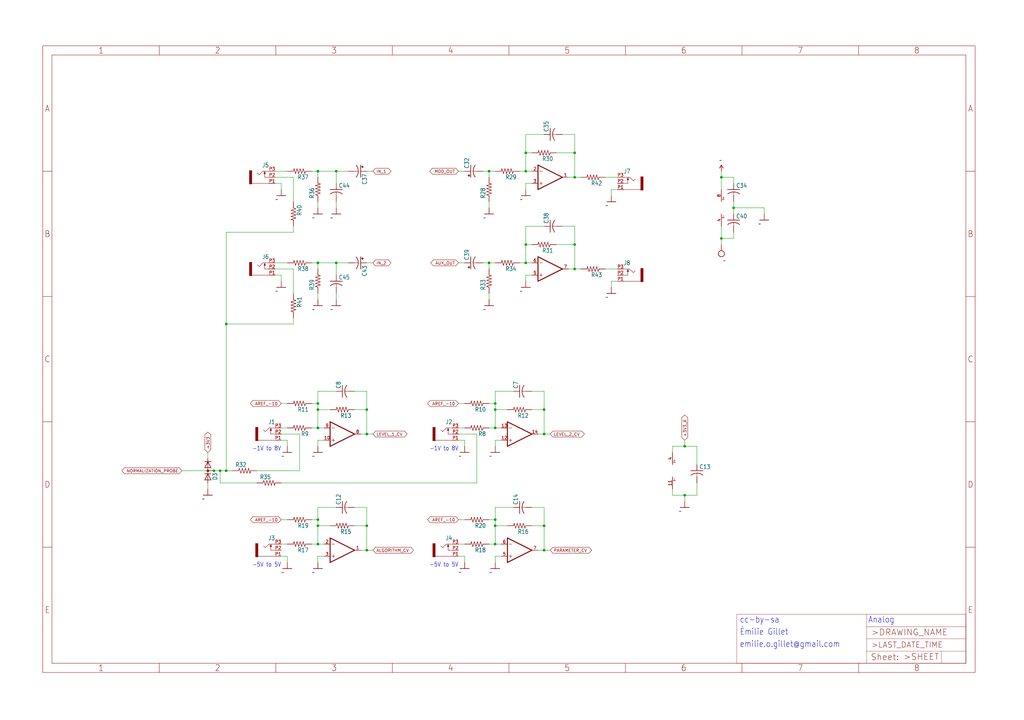
<source format=kicad_sch>
(kicad_sch (version 20211123) (generator eeschema)
  (paper "User" 425.45 299.161)
  (lib_symbols
    (symbol "warps-eagle-import:A3L-LOC"
      (symbol "A3L-LOC_1_0"
        (polyline (pts (xy 0 52.07) (xy 3.81 52.07)))
        (polyline (pts (xy 0 104.14) (xy 3.81 104.14)))
        (polyline (pts (xy 0 156.21) (xy 3.81 156.21)))
        (polyline (pts (xy 0 208.28) (xy 3.81 208.28)))
        (polyline (pts (xy 3.81 3.81) (xy 3.81 256.54)))
        (polyline (pts (xy 48.4188 0) (xy 48.4188 3.81)))
        (polyline (pts (xy 48.4188 256.54) (xy 48.4188 260.35)))
        (polyline (pts (xy 96.8375 0) (xy 96.8375 3.81)))
        (polyline (pts (xy 96.8375 256.54) (xy 96.8375 260.35)))
        (polyline (pts (xy 145.2563 0) (xy 145.2563 3.81)))
        (polyline (pts (xy 145.2563 256.54) (xy 145.2563 260.35)))
        (polyline (pts (xy 193.675 0) (xy 193.675 3.81)))
        (polyline (pts (xy 193.675 256.54) (xy 193.675 260.35)))
        (polyline (pts (xy 242.0938 0) (xy 242.0938 3.81)))
        (polyline (pts (xy 242.0938 256.54) (xy 242.0938 260.35)))
        (polyline (pts (xy 288.29 3.81) (xy 288.29 24.13)) (stroke (width 0.1016)))
        (polyline (pts (xy 288.29 3.81) (xy 342.265 3.81)) (stroke (width 0.1016)))
        (polyline (pts (xy 288.29 24.13) (xy 342.265 24.13)) (stroke (width 0.1016)))
        (polyline (pts (xy 290.5125 0) (xy 290.5125 3.81)))
        (polyline (pts (xy 290.5125 256.54) (xy 290.5125 260.35)))
        (polyline (pts (xy 338.9313 0) (xy 338.9313 3.81)))
        (polyline (pts (xy 338.9313 256.54) (xy 338.9313 260.35)))
        (polyline (pts (xy 342.265 3.81) (xy 373.38 3.81)) (stroke (width 0.1016)))
        (polyline (pts (xy 342.265 8.89) (xy 342.265 3.81)) (stroke (width 0.1016)))
        (polyline (pts (xy 342.265 8.89) (xy 342.265 13.97)) (stroke (width 0.1016)))
        (polyline (pts (xy 342.265 13.97) (xy 342.265 19.05)) (stroke (width 0.1016)))
        (polyline (pts (xy 342.265 13.97) (xy 383.54 13.97)) (stroke (width 0.1016)))
        (polyline (pts (xy 342.265 19.05) (xy 342.265 24.13)) (stroke (width 0.1016)))
        (polyline (pts (xy 342.265 19.05) (xy 383.54 19.05)) (stroke (width 0.1016)))
        (polyline (pts (xy 342.265 24.13) (xy 383.54 24.13)) (stroke (width 0.1016)))
        (polyline (pts (xy 373.38 3.81) (xy 373.38 8.89)) (stroke (width 0.1016)))
        (polyline (pts (xy 373.38 3.81) (xy 383.54 3.81)) (stroke (width 0.1016)))
        (polyline (pts (xy 373.38 8.89) (xy 342.265 8.89)) (stroke (width 0.1016)))
        (polyline (pts (xy 373.38 8.89) (xy 383.54 8.89)) (stroke (width 0.1016)))
        (polyline (pts (xy 383.54 3.81) (xy 3.81 3.81)))
        (polyline (pts (xy 383.54 3.81) (xy 383.54 8.89)) (stroke (width 0.1016)))
        (polyline (pts (xy 383.54 3.81) (xy 383.54 256.54)))
        (polyline (pts (xy 383.54 8.89) (xy 383.54 13.97)) (stroke (width 0.1016)))
        (polyline (pts (xy 383.54 13.97) (xy 383.54 19.05)) (stroke (width 0.1016)))
        (polyline (pts (xy 383.54 19.05) (xy 383.54 24.13)) (stroke (width 0.1016)))
        (polyline (pts (xy 383.54 52.07) (xy 387.35 52.07)))
        (polyline (pts (xy 383.54 104.14) (xy 387.35 104.14)))
        (polyline (pts (xy 383.54 156.21) (xy 387.35 156.21)))
        (polyline (pts (xy 383.54 208.28) (xy 387.35 208.28)))
        (polyline (pts (xy 383.54 256.54) (xy 3.81 256.54)))
        (polyline (pts (xy 0 0) (xy 387.35 0) (xy 387.35 260.35) (xy 0 260.35) (xy 0 0)))
        (text "1" (at 24.2094 1.905 0) (effects (font (size 2.54 2.286))))
        (text "1" (at 24.2094 258.445 0) (effects (font (size 2.54 2.286))))
        (text "2" (at 72.6281 1.905 0) (effects (font (size 2.54 2.286))))
        (text "2" (at 72.6281 258.445 0) (effects (font (size 2.54 2.286))))
        (text "3" (at 121.0469 1.905 0) (effects (font (size 2.54 2.286))))
        (text "3" (at 121.0469 258.445 0) (effects (font (size 2.54 2.286))))
        (text "4" (at 169.4656 1.905 0) (effects (font (size 2.54 2.286))))
        (text "4" (at 169.4656 258.445 0) (effects (font (size 2.54 2.286))))
        (text "5" (at 217.8844 1.905 0) (effects (font (size 2.54 2.286))))
        (text "5" (at 217.8844 258.445 0) (effects (font (size 2.54 2.286))))
        (text "6" (at 266.3031 1.905 0) (effects (font (size 2.54 2.286))))
        (text "6" (at 266.3031 258.445 0) (effects (font (size 2.54 2.286))))
        (text "7" (at 314.7219 1.905 0) (effects (font (size 2.54 2.286))))
        (text "7" (at 314.7219 258.445 0) (effects (font (size 2.54 2.286))))
        (text "8" (at 363.1406 1.905 0) (effects (font (size 2.54 2.286))))
        (text "8" (at 363.1406 258.445 0) (effects (font (size 2.54 2.286))))
        (text ">DRAWING_NAME" (at 344.17 15.24 0) (effects (font (size 2.54 2.54)) (justify left bottom)))
        (text ">LAST_DATE_TIME" (at 344.17 10.16 0) (effects (font (size 2.286 2.286)) (justify left bottom)))
        (text ">SHEET" (at 357.505 5.08 0) (effects (font (size 2.54 2.54)) (justify left bottom)))
        (text "A" (at 1.905 234.315 0) (effects (font (size 2.54 2.286))))
        (text "A" (at 385.445 234.315 0) (effects (font (size 2.54 2.286))))
        (text "B" (at 1.905 182.245 0) (effects (font (size 2.54 2.286))))
        (text "B" (at 385.445 182.245 0) (effects (font (size 2.54 2.286))))
        (text "C" (at 1.905 130.175 0) (effects (font (size 2.54 2.286))))
        (text "C" (at 385.445 130.175 0) (effects (font (size 2.54 2.286))))
        (text "D" (at 1.905 78.105 0) (effects (font (size 2.54 2.286))))
        (text "D" (at 385.445 78.105 0) (effects (font (size 2.54 2.286))))
        (text "E" (at 1.905 26.035 0) (effects (font (size 2.54 2.286))))
        (text "E" (at 385.445 26.035 0) (effects (font (size 2.54 2.286))))
        (text "Sheet:" (at 343.916 4.953 0) (effects (font (size 2.54 2.54)) (justify left bottom)))
      )
    )
    (symbol "warps-eagle-import:C-USC0603"
      (property "Reference" "C" (at 1.016 0.635 0))
      (property "Value" "C-USC0603" (at 1.016 -4.191 0))
      (symbol "C-USC0603_1_0"
        (arc (start 0 -1.0161) (mid -1.302 -1.2303) (end -2.4668 -1.8504) (stroke (width 0.254)))
        (polyline (pts (xy -2.54 0) (xy 2.54 0)) (stroke (width 0.254)))
        (polyline (pts (xy 0 -1.016) (xy 0 -2.54)) (stroke (width 0.1524)))
        (arc (start 2.4892 -1.8542) (mid 1.3158 -1.2195) (end 0 -1) (stroke (width 0.254)))
        (pin passive line (at 0 2.54 270) (length 2.54) (name "1") (number "1"))
        (pin passive line (at 0 -5.08 90) (length 2.54) (name "2") (number "2"))
      )
    )
    (symbol "warps-eagle-import:CPOL-USA"
      (property "Reference" "C" (at 1.016 0.635 0))
      (property "Value" "CPOL-USA" (at 1.016 -4.191 0))
      (symbol "CPOL-USA_1_0"
        (rectangle (start -2.253 0.668) (end -1.364 0.795) (fill (type outline)))
        (rectangle (start -1.872 0.287) (end -1.745 1.176) (fill (type outline)))
        (arc (start 0 -1.0161) (mid -1.3021 -1.2302) (end -2.4669 -1.8504) (stroke (width 0.254)))
        (polyline (pts (xy -2.54 0) (xy 2.54 0)) (stroke (width 0.254)))
        (polyline (pts (xy 0 -1.016) (xy 0 -2.54)) (stroke (width 0.1524)))
        (arc (start 2.4892 -1.8542) (mid 1.3158 -1.2195) (end 0 -1) (stroke (width 0.254)))
        (pin passive line (at 0 2.54 270) (length 2.54) (name "+") (number "+"))
        (pin passive line (at 0 -5.08 90) (length 2.54) (name "-") (number "-"))
      )
    )
    (symbol "warps-eagle-import:DIODE_2CACA-SOT23"
      (property "Reference" "D" (at 0.762 2.0066 0))
      (property "Value" "DIODE_2CACA-SOT23" (at -4.826 -3.4544 0))
      (symbol "DIODE_2CACA-SOT23_1_0"
        (polyline (pts (xy -3.81 -1.27) (xy -3.81 0)) (stroke (width 0.254)))
        (polyline (pts (xy -3.81 0) (xy -3.81 1.27)) (stroke (width 0.254)))
        (polyline (pts (xy -3.81 0) (xy -1.27 -1.27)) (stroke (width 0.254)))
        (polyline (pts (xy -3.81 0) (xy 1.27 0)) (stroke (width 0.1524)))
        (polyline (pts (xy -2.54 0) (xy -3.81 0)) (stroke (width 0.1524)))
        (polyline (pts (xy -1.27 -1.27) (xy -1.27 1.27)) (stroke (width 0.254)))
        (polyline (pts (xy -1.27 1.27) (xy -3.81 0)) (stroke (width 0.254)))
        (polyline (pts (xy 1.27 -1.27) (xy 1.27 0)) (stroke (width 0.254)))
        (polyline (pts (xy 1.27 0) (xy 1.27 1.27)) (stroke (width 0.254)))
        (polyline (pts (xy 1.27 0) (xy 3.81 -1.27)) (stroke (width 0.254)))
        (polyline (pts (xy 2.54 0) (xy 1.27 0)) (stroke (width 0.1524)))
        (polyline (pts (xy 3.81 -1.27) (xy 3.81 1.27)) (stroke (width 0.254)))
        (polyline (pts (xy 3.81 1.27) (xy 1.27 0)) (stroke (width 0.254)))
        (circle (center 0 0) (radius 0.127) (stroke (width 0.4064)))
        (pin passive line (at 5.08 0 180) (length 2.54) (name "A") (number "1"))
        (pin passive line (at -5.08 0 0) (length 2.54) (name "C") (number "2"))
        (pin passive line (at 0 2.54 270) (length 2.54) (name "AC") (number "3"))
      )
    )
    (symbol "warps-eagle-import:GND" (power)
      (property "Value" "GND" (at -2.54 -2.54 0))
      (symbol "GND_1_0"
        (polyline (pts (xy -1.905 0) (xy 1.905 0)) (stroke (width 0.254)))
        (pin power_in line (at 0 2.54 270) (length 2.54) (name "GND") (number "1"))
      )
    )
    (symbol "warps-eagle-import:PJ301_THONKICONN6"
      (property "Reference" "J" (at -2.54 4.064 0))
      (symbol "PJ301_THONKICONN6_1_0"
        (polyline (pts (xy -2.54 -2.54) (xy 4.572 -2.54)) (stroke (width 0.1524)))
        (polyline (pts (xy -2.54 0) (xy -0.762 0)) (stroke (width 0.1524)))
        (polyline (pts (xy -2.54 2.54) (xy 0 2.54)) (stroke (width 0.1524)))
        (polyline (pts (xy -1.016 1.524) (xy -0.508 1.524)) (stroke (width 0.254)))
        (polyline (pts (xy -0.762 0) (xy -0.762 2.286)) (stroke (width 0.1524)))
        (polyline (pts (xy -0.762 2.286) (xy -1.016 1.524)) (stroke (width 0.254)))
        (polyline (pts (xy -0.508 1.524) (xy -0.762 2.286)) (stroke (width 0.254)))
        (polyline (pts (xy 0 2.54) (xy 1.524 1.016)) (stroke (width 0.1524)))
        (polyline (pts (xy 1.524 1.016) (xy 2.286 1.778)) (stroke (width 0.1524)))
        (rectangle (start 4.572 2.794) (end 5.588 -2.794) (fill (type outline)))
        (pin passive line (at -5.08 -2.54 0) (length 2.54) (name "1") (number "P1"))
        (pin passive line (at -5.08 0 0) (length 2.54) (name "2") (number "P2"))
        (pin passive line (at -5.08 2.54 0) (length 2.54) (name "3") (number "P3"))
      )
    )
    (symbol "warps-eagle-import:R-US_R0603"
      (property "Reference" "R" (at -3.81 1.4986 0))
      (property "Value" "R-US_R0603" (at -3.81 -3.302 0))
      (symbol "R-US_R0603_1_0"
        (polyline (pts (xy -2.54 0) (xy -2.159 1.016)) (stroke (width 0.2032)))
        (polyline (pts (xy -2.159 1.016) (xy -1.524 -1.016)) (stroke (width 0.2032)))
        (polyline (pts (xy -1.524 -1.016) (xy -0.889 1.016)) (stroke (width 0.2032)))
        (polyline (pts (xy -0.889 1.016) (xy -0.254 -1.016)) (stroke (width 0.2032)))
        (polyline (pts (xy -0.254 -1.016) (xy 0.381 1.016)) (stroke (width 0.2032)))
        (polyline (pts (xy 0.381 1.016) (xy 1.016 -1.016)) (stroke (width 0.2032)))
        (polyline (pts (xy 1.016 -1.016) (xy 1.651 1.016)) (stroke (width 0.2032)))
        (polyline (pts (xy 1.651 1.016) (xy 2.286 -1.016)) (stroke (width 0.2032)))
        (polyline (pts (xy 2.286 -1.016) (xy 2.54 0)) (stroke (width 0.2032)))
        (pin passive line (at -5.08 0 0) (length 2.54) (name "1") (number "1"))
        (pin passive line (at 5.08 0 180) (length 2.54) (name "2") (number "2"))
      )
    )
    (symbol "warps-eagle-import:TL072D"
      (symbol "TL072D_1_0"
        (polyline (pts (xy -5.08 -5.08) (xy 5.08 0)) (stroke (width 0.4064)))
        (polyline (pts (xy -5.08 5.08) (xy -5.08 -5.08)) (stroke (width 0.4064)))
        (polyline (pts (xy -4.445 -2.54) (xy -3.175 -2.54)) (stroke (width 0.1524)))
        (polyline (pts (xy -4.445 2.54) (xy -3.175 2.54)) (stroke (width 0.1524)))
        (polyline (pts (xy -3.81 3.175) (xy -3.81 1.905)) (stroke (width 0.1524)))
        (polyline (pts (xy 5.08 0) (xy -5.08 5.08)) (stroke (width 0.4064)))
        (pin output line (at 7.62 0 180) (length 2.54) (name "OUT") (number "1"))
        (pin input line (at -7.62 -2.54 0) (length 2.54) (name "-IN") (number "2"))
        (pin input line (at -7.62 2.54 0) (length 2.54) (name "+IN") (number "3"))
      )
      (symbol "TL072D_2_0"
        (polyline (pts (xy -5.08 -5.08) (xy 5.08 0)) (stroke (width 0.4064)))
        (polyline (pts (xy -5.08 5.08) (xy -5.08 -5.08)) (stroke (width 0.4064)))
        (polyline (pts (xy -4.445 -2.54) (xy -3.175 -2.54)) (stroke (width 0.1524)))
        (polyline (pts (xy -4.445 2.54) (xy -3.175 2.54)) (stroke (width 0.1524)))
        (polyline (pts (xy -3.81 3.175) (xy -3.81 1.905)) (stroke (width 0.1524)))
        (polyline (pts (xy 5.08 0) (xy -5.08 5.08)) (stroke (width 0.4064)))
        (pin input line (at -7.62 2.54 0) (length 2.54) (name "+IN") (number "5"))
        (pin input line (at -7.62 -2.54 0) (length 2.54) (name "-IN") (number "6"))
        (pin output line (at 7.62 0 180) (length 2.54) (name "OUT") (number "7"))
      )
      (symbol "TL072D_3_0"
        (text "V+" (at 1.27 3.175 900) (effects (font (size 0.8128 0.6908)) (justify left bottom)))
        (text "V-" (at 1.27 -4.445 900) (effects (font (size 0.8128 0.6908)) (justify left bottom)))
        (pin power_in line (at 0 -7.62 90) (length 5.08) (name "V-") (number "4"))
        (pin power_in line (at 0 7.62 270) (length 5.08) (name "V+") (number "8"))
      )
    )
    (symbol "warps-eagle-import:TL074D"
      (symbol "TL074D_1_0"
        (polyline (pts (xy -5.08 -5.08) (xy 5.08 0)) (stroke (width 0.4064)))
        (polyline (pts (xy -5.08 5.08) (xy -5.08 -5.08)) (stroke (width 0.4064)))
        (polyline (pts (xy -4.445 -2.54) (xy -3.175 -2.54)) (stroke (width 0.1524)))
        (polyline (pts (xy -4.445 2.54) (xy -3.175 2.54)) (stroke (width 0.1524)))
        (polyline (pts (xy -3.81 3.175) (xy -3.81 1.905)) (stroke (width 0.1524)))
        (polyline (pts (xy 5.08 0) (xy -5.08 5.08)) (stroke (width 0.4064)))
        (pin output line (at 7.62 0 180) (length 2.54) (name "OUT") (number "1"))
        (pin input line (at -7.62 -2.54 0) (length 2.54) (name "-IN") (number "2"))
        (pin input line (at -7.62 2.54 0) (length 2.54) (name "+IN") (number "3"))
      )
      (symbol "TL074D_2_0"
        (polyline (pts (xy -5.08 -5.08) (xy 5.08 0)) (stroke (width 0.4064)))
        (polyline (pts (xy -5.08 5.08) (xy -5.08 -5.08)) (stroke (width 0.4064)))
        (polyline (pts (xy -4.445 -2.54) (xy -3.175 -2.54)) (stroke (width 0.1524)))
        (polyline (pts (xy -4.445 2.54) (xy -3.175 2.54)) (stroke (width 0.1524)))
        (polyline (pts (xy -3.81 3.175) (xy -3.81 1.905)) (stroke (width 0.1524)))
        (polyline (pts (xy 5.08 0) (xy -5.08 5.08)) (stroke (width 0.4064)))
        (pin input line (at -7.62 2.54 0) (length 2.54) (name "+IN") (number "5"))
        (pin input line (at -7.62 -2.54 0) (length 2.54) (name "-IN") (number "6"))
        (pin output line (at 7.62 0 180) (length 2.54) (name "OUT") (number "7"))
      )
      (symbol "TL074D_3_0"
        (polyline (pts (xy -5.08 -5.08) (xy 5.08 0)) (stroke (width 0.4064)))
        (polyline (pts (xy -5.08 5.08) (xy -5.08 -5.08)) (stroke (width 0.4064)))
        (polyline (pts (xy -4.445 -2.54) (xy -3.175 -2.54)) (stroke (width 0.1524)))
        (polyline (pts (xy -4.445 2.54) (xy -3.175 2.54)) (stroke (width 0.1524)))
        (polyline (pts (xy -3.81 3.175) (xy -3.81 1.905)) (stroke (width 0.1524)))
        (polyline (pts (xy 5.08 0) (xy -5.08 5.08)) (stroke (width 0.4064)))
        (pin input line (at -7.62 2.54 0) (length 2.54) (name "+IN") (number "10"))
        (pin output line (at 7.62 0 180) (length 2.54) (name "OUT") (number "8"))
        (pin input line (at -7.62 -2.54 0) (length 2.54) (name "-IN") (number "9"))
      )
      (symbol "TL074D_4_0"
        (polyline (pts (xy -5.08 -5.08) (xy 5.08 0)) (stroke (width 0.4064)))
        (polyline (pts (xy -5.08 5.08) (xy -5.08 -5.08)) (stroke (width 0.4064)))
        (polyline (pts (xy -4.445 -2.54) (xy -3.175 -2.54)) (stroke (width 0.1524)))
        (polyline (pts (xy -4.445 2.54) (xy -3.175 2.54)) (stroke (width 0.1524)))
        (polyline (pts (xy -3.81 3.175) (xy -3.81 1.905)) (stroke (width 0.1524)))
        (polyline (pts (xy 5.08 0) (xy -5.08 5.08)) (stroke (width 0.4064)))
        (pin input line (at -7.62 2.54 0) (length 2.54) (name "+IN") (number "12"))
        (pin input line (at -7.62 -2.54 0) (length 2.54) (name "-IN") (number "13"))
        (pin output line (at 7.62 0 180) (length 2.54) (name "OUT") (number "14"))
      )
      (symbol "TL074D_5_0"
        (text "V+" (at 1.27 3.175 900) (effects (font (size 0.8128 0.6908)) (justify left bottom)))
        (text "V-" (at 1.27 -4.445 900) (effects (font (size 0.8128 0.6908)) (justify left bottom)))
        (pin power_in line (at 0 -7.62 90) (length 5.08) (name "V-") (number "11"))
        (pin power_in line (at 0 7.62 270) (length 5.08) (name "V+") (number "4"))
      )
    )
    (symbol "warps-eagle-import:VCC" (power)
      (property "Value" "VCC" (at -1.016 3.556 0))
      (symbol "VCC_1_0"
        (polyline (pts (xy 0 2.54) (xy -0.762 1.27)) (stroke (width 0.254)))
        (polyline (pts (xy 0.762 1.27) (xy 0 2.54)) (stroke (width 0.254)))
        (pin power_in line (at 0 0 90) (length 2.54) (name "VCC") (number "1"))
      )
    )
    (symbol "warps-eagle-import:VEE" (power)
      (property "Value" "VEE" (at -1.905 3.175 0))
      (symbol "VEE_1_0"
        (circle (center 0 1.27) (radius 1.27) (stroke (width 0.254)))
        (pin power_in line (at 0 -2.54 90) (length 2.54) (name "VEE") (number "1"))
      )
    )
  )
  (junction (at 152.4 228.6))
  (junction (at 88.9 195.58))
  (junction (at 203.2 71.12))
  (junction (at 139.7 71.12))
  (junction (at 205.74 170.18))
  (junction (at 238.76 101.6))
  (junction (at 205.74 218.44))
  (junction (at 218.44 63.5))
  (junction (at 139.7 109.22))
  (junction (at 152.4 170.18))
  (junction (at 226.06 170.18))
  (junction (at 218.44 71.12))
  (junction (at 203.2 109.22))
  (junction (at 284.48 205.74))
  (junction (at 218.44 109.22))
  (junction (at 132.08 71.12))
  (junction (at 226.06 218.44))
  (junction (at 226.06 180.34))
  (junction (at 205.74 226.06))
  (junction (at 132.08 215.9))
  (junction (at 152.4 180.34))
  (junction (at 205.74 215.9))
  (junction (at 132.08 226.06))
  (junction (at 238.76 63.5))
  (junction (at 132.08 218.44))
  (junction (at 299.72 73.66))
  (junction (at 93.98 195.58))
  (junction (at 284.48 185.42))
  (junction (at 132.08 167.64))
  (junction (at 93.98 134.62))
  (junction (at 152.4 218.44))
  (junction (at 205.74 177.8))
  (junction (at 132.08 109.22))
  (junction (at 238.76 111.76))
  (junction (at 132.08 177.8))
  (junction (at 218.44 101.6))
  (junction (at 304.8 86.36))
  (junction (at 238.76 73.66))
  (junction (at 132.08 170.18))
  (junction (at 226.06 228.6))
  (junction (at 205.74 167.64))
  (junction (at 91.44 195.58))
  (junction (at 299.72 99.06))
  (wire (pts (xy 200.66 71.12) (xy 203.2 71.12)))
  (wire (pts (xy 238.76 111.76) (xy 241.3 111.76)))
  (wire (pts (xy 215.9 109.22) (xy 218.44 109.22)))
  (wire (pts (xy 121.92 111.76) (xy 121.92 121.92)))
  (wire (pts (xy 121.92 96.52) (xy 93.98 96.52)))
  (wire (pts (xy 129.54 226.06) (xy 132.08 226.06)))
  (wire (pts (xy 203.2 167.64) (xy 205.74 167.64)))
  (wire (pts (xy 256.54 116.84) (xy 254 116.84)))
  (wire (pts (xy 218.44 71.12) (xy 220.98 71.12)))
  (wire (pts (xy 299.72 73.66) (xy 299.72 71.12)))
  (wire (pts (xy 200.66 109.22) (xy 203.2 109.22)))
  (wire (pts (xy 205.74 167.64) (xy 205.74 170.18)))
  (wire (pts (xy 193.04 231.14) (xy 193.04 233.68)))
  (wire (pts (xy 139.7 162.56) (xy 132.08 162.56)))
  (wire (pts (xy 139.7 109.22) (xy 144.78 109.22)))
  (wire (pts (xy 93.98 134.62) (xy 93.98 195.58)))
  (wire (pts (xy 238.76 73.66) (xy 241.3 73.66)))
  (wire (pts (xy 238.76 73.66) (xy 236.22 73.66)))
  (wire (pts (xy 203.2 71.12) (xy 205.74 71.12)))
  (wire (pts (xy 121.92 73.66) (xy 121.92 83.82)))
  (wire (pts (xy 304.8 86.36) (xy 317.5 86.36)))
  (wire (pts (xy 220.98 170.18) (xy 226.06 170.18)))
  (wire (pts (xy 215.9 71.12) (xy 218.44 71.12)))
  (wire (pts (xy 284.48 185.42) (xy 284.48 182.88)))
  (wire (pts (xy 91.44 200.66) (xy 91.44 195.58)))
  (wire (pts (xy 152.4 162.56) (xy 152.4 170.18)))
  (wire (pts (xy 218.44 114.3) (xy 218.44 116.84)))
  (wire (pts (xy 251.46 111.76) (xy 256.54 111.76)))
  (wire (pts (xy 226.06 218.44) (xy 226.06 228.6)))
  (wire (pts (xy 147.32 162.56) (xy 152.4 162.56)))
  (wire (pts (xy 152.4 109.22) (xy 154.94 109.22)))
  (wire (pts (xy 86.36 200.66) (xy 86.36 203.2)))
  (wire (pts (xy 132.08 109.22) (xy 132.08 111.76)))
  (wire (pts (xy 132.08 226.06) (xy 134.62 226.06)))
  (wire (pts (xy 152.4 180.34) (xy 149.86 180.34)))
  (wire (pts (xy 129.54 109.22) (xy 132.08 109.22)))
  (wire (pts (xy 218.44 109.22) (xy 218.44 101.6)))
  (wire (pts (xy 152.4 210.82) (xy 152.4 218.44)))
  (wire (pts (xy 210.82 170.18) (xy 205.74 170.18)))
  (wire (pts (xy 220.98 218.44) (xy 226.06 218.44)))
  (wire (pts (xy 134.62 182.88) (xy 132.08 182.88)))
  (wire (pts (xy 190.5 182.88) (xy 193.04 182.88)))
  (wire (pts (xy 205.74 226.06) (xy 208.28 226.06)))
  (wire (pts (xy 116.84 76.2) (xy 116.84 78.74)))
  (wire (pts (xy 231.14 101.6) (xy 238.76 101.6)))
  (wire (pts (xy 238.76 63.5) (xy 238.76 73.66)))
  (wire (pts (xy 193.04 109.22) (xy 190.5 109.22)))
  (wire (pts (xy 119.38 215.9) (xy 116.84 215.9)))
  (wire (pts (xy 256.54 78.74) (xy 254 78.74)))
  (wire (pts (xy 152.4 218.44) (xy 152.4 228.6)))
  (wire (pts (xy 279.4 185.42) (xy 284.48 185.42)))
  (wire (pts (xy 147.32 210.82) (xy 152.4 210.82)))
  (wire (pts (xy 139.7 71.12) (xy 144.78 71.12)))
  (wire (pts (xy 205.74 170.18) (xy 205.74 177.8)))
  (wire (pts (xy 132.08 167.64) (xy 132.08 170.18)))
  (wire (pts (xy 132.08 121.92) (xy 132.08 124.46)))
  (wire (pts (xy 284.48 205.74) (xy 284.48 208.28)))
  (wire (pts (xy 132.08 231.14) (xy 132.08 233.68)))
  (wire (pts (xy 124.46 180.34) (xy 116.84 180.34)))
  (wire (pts (xy 226.06 162.56) (xy 226.06 170.18)))
  (wire (pts (xy 203.2 215.9) (xy 205.74 215.9)))
  (wire (pts (xy 132.08 170.18) (xy 132.08 177.8)))
  (wire (pts (xy 116.84 182.88) (xy 119.38 182.88)))
  (wire (pts (xy 220.98 162.56) (xy 226.06 162.56)))
  (wire (pts (xy 226.06 210.82) (xy 226.06 218.44)))
  (wire (pts (xy 139.7 83.82) (xy 139.7 86.36)))
  (wire (pts (xy 254 116.84) (xy 254 119.38)))
  (wire (pts (xy 134.62 231.14) (xy 132.08 231.14)))
  (wire (pts (xy 203.2 109.22) (xy 205.74 109.22)))
  (wire (pts (xy 190.5 215.9) (xy 193.04 215.9)))
  (wire (pts (xy 205.74 218.44) (xy 205.74 226.06)))
  (wire (pts (xy 139.7 109.22) (xy 139.7 114.3)))
  (wire (pts (xy 152.4 228.6) (xy 154.94 228.6)))
  (wire (pts (xy 139.7 71.12) (xy 139.7 76.2)))
  (wire (pts (xy 218.44 101.6) (xy 220.98 101.6)))
  (wire (pts (xy 93.98 96.52) (xy 93.98 134.62)))
  (wire (pts (xy 205.74 231.14) (xy 205.74 233.68)))
  (wire (pts (xy 203.2 83.82) (xy 203.2 86.36)))
  (wire (pts (xy 226.06 180.34) (xy 228.6 180.34)))
  (wire (pts (xy 218.44 55.88) (xy 226.06 55.88)))
  (wire (pts (xy 226.06 228.6) (xy 223.52 228.6)))
  (wire (pts (xy 129.54 167.64) (xy 132.08 167.64)))
  (wire (pts (xy 116.84 231.14) (xy 119.38 231.14)))
  (wire (pts (xy 116.84 167.64) (xy 119.38 167.64)))
  (wire (pts (xy 220.98 114.3) (xy 218.44 114.3)))
  (wire (pts (xy 132.08 109.22) (xy 139.7 109.22)))
  (wire (pts (xy 279.4 205.74) (xy 284.48 205.74)))
  (wire (pts (xy 132.08 210.82) (xy 132.08 215.9)))
  (wire (pts (xy 299.72 99.06) (xy 304.8 99.06)))
  (wire (pts (xy 203.2 71.12) (xy 203.2 73.66)))
  (wire (pts (xy 208.28 182.88) (xy 205.74 182.88)))
  (wire (pts (xy 205.74 215.9) (xy 205.74 218.44)))
  (wire (pts (xy 284.48 205.74) (xy 289.56 205.74)))
  (wire (pts (xy 233.68 93.98) (xy 238.76 93.98)))
  (wire (pts (xy 132.08 177.8) (xy 134.62 177.8)))
  (wire (pts (xy 119.38 231.14) (xy 119.38 233.68)))
  (wire (pts (xy 114.3 109.22) (xy 119.38 109.22)))
  (wire (pts (xy 132.08 71.12) (xy 132.08 73.66)))
  (wire (pts (xy 147.32 218.44) (xy 152.4 218.44)))
  (wire (pts (xy 139.7 210.82) (xy 132.08 210.82)))
  (wire (pts (xy 106.68 195.58) (xy 124.46 195.58)))
  (wire (pts (xy 203.2 226.06) (xy 205.74 226.06)))
  (wire (pts (xy 251.46 73.66) (xy 256.54 73.66)))
  (wire (pts (xy 88.9 195.58) (xy 91.44 195.58)))
  (wire (pts (xy 121.92 132.08) (xy 121.92 134.62)))
  (wire (pts (xy 129.54 177.8) (xy 132.08 177.8)))
  (wire (pts (xy 132.08 215.9) (xy 132.08 218.44)))
  (wire (pts (xy 121.92 134.62) (xy 93.98 134.62)))
  (wire (pts (xy 116.84 177.8) (xy 119.38 177.8)))
  (wire (pts (xy 213.36 162.56) (xy 205.74 162.56)))
  (wire (pts (xy 152.4 170.18) (xy 152.4 180.34)))
  (wire (pts (xy 218.44 101.6) (xy 218.44 93.98)))
  (wire (pts (xy 304.8 99.06) (xy 304.8 96.52)))
  (wire (pts (xy 238.76 111.76) (xy 236.22 111.76)))
  (wire (pts (xy 132.08 83.82) (xy 132.08 86.36)))
  (wire (pts (xy 238.76 101.6) (xy 238.76 111.76)))
  (wire (pts (xy 218.44 63.5) (xy 218.44 55.88)))
  (wire (pts (xy 220.98 210.82) (xy 226.06 210.82)))
  (wire (pts (xy 132.08 71.12) (xy 139.7 71.12)))
  (wire (pts (xy 233.68 55.88) (xy 238.76 55.88)))
  (wire (pts (xy 75.565 195.58) (xy 88.9 195.58)))
  (wire (pts (xy 132.08 218.44) (xy 132.08 226.06)))
  (wire (pts (xy 190.5 177.8) (xy 193.04 177.8)))
  (wire (pts (xy 190.5 226.06) (xy 193.04 226.06)))
  (wire (pts (xy 190.5 231.14) (xy 193.04 231.14)))
  (wire (pts (xy 299.72 99.06) (xy 299.72 101.6)))
  (wire (pts (xy 106.68 200.66) (xy 91.44 200.66)))
  (wire (pts (xy 152.4 180.34) (xy 154.94 180.34)))
  (wire (pts (xy 203.2 177.8) (xy 205.74 177.8)))
  (wire (pts (xy 193.04 71.12) (xy 190.5 71.12)))
  (wire (pts (xy 129.54 215.9) (xy 132.08 215.9)))
  (wire (pts (xy 218.44 63.5) (xy 220.98 63.5)))
  (wire (pts (xy 147.32 170.18) (xy 152.4 170.18)))
  (wire (pts (xy 203.2 109.22) (xy 203.2 111.76)))
  (wire (pts (xy 317.5 86.36) (xy 317.5 88.9)))
  (wire (pts (xy 299.72 73.66) (xy 304.8 73.66)))
  (wire (pts (xy 137.16 170.18) (xy 132.08 170.18)))
  (wire (pts (xy 152.4 71.12) (xy 154.94 71.12)))
  (wire (pts (xy 203.2 121.92) (xy 203.2 124.46)))
  (wire (pts (xy 198.12 200.66) (xy 198.12 180.34)))
  (wire (pts (xy 304.8 83.82) (xy 304.8 86.36)))
  (wire (pts (xy 254 78.74) (xy 254 81.28)))
  (wire (pts (xy 205.74 182.88) (xy 205.74 185.42)))
  (wire (pts (xy 289.56 200.66) (xy 289.56 205.74)))
  (wire (pts (xy 304.8 73.66) (xy 304.8 76.2)))
  (wire (pts (xy 124.46 195.58) (xy 124.46 180.34)))
  (wire (pts (xy 139.7 121.92) (xy 139.7 124.46)))
  (wire (pts (xy 218.44 109.22) (xy 220.98 109.22)))
  (wire (pts (xy 210.82 218.44) (xy 205.74 218.44)))
  (wire (pts (xy 121.92 93.98) (xy 121.92 96.52)))
  (wire (pts (xy 205.74 210.82) (xy 205.74 215.9)))
  (wire (pts (xy 152.4 228.6) (xy 149.86 228.6)))
  (wire (pts (xy 132.08 182.88) (xy 132.08 185.42)))
  (wire (pts (xy 114.3 111.76) (xy 121.92 111.76)))
  (wire (pts (xy 304.8 86.36) (xy 304.8 88.9)))
  (wire (pts (xy 129.54 71.12) (xy 132.08 71.12)))
  (wire (pts (xy 208.28 231.14) (xy 205.74 231.14)))
  (wire (pts (xy 205.74 177.8) (xy 208.28 177.8)))
  (wire (pts (xy 93.98 195.58) (xy 96.52 195.58)))
  (wire (pts (xy 218.44 71.12) (xy 218.44 63.5)))
  (wire (pts (xy 91.44 195.58) (xy 93.98 195.58)))
  (wire (pts (xy 226.06 228.6) (xy 228.6 228.6)))
  (wire (pts (xy 226.06 180.34) (xy 223.52 180.34)))
  (wire (pts (xy 137.16 218.44) (xy 132.08 218.44)))
  (wire (pts (xy 299.72 78.74) (xy 299.72 73.66)))
  (wire (pts (xy 238.76 55.88) (xy 238.76 63.5)))
  (wire (pts (xy 132.08 162.56) (xy 132.08 167.64)))
  (wire (pts (xy 226.06 170.18) (xy 226.06 180.34)))
  (wire (pts (xy 193.04 182.88) (xy 193.04 185.42)))
  (wire (pts (xy 114.3 71.12) (xy 119.38 71.12)))
  (wire (pts (xy 116.84 226.06) (xy 119.38 226.06)))
  (wire (pts (xy 119.38 182.88) (xy 119.38 185.42)))
  (wire (pts (xy 231.14 63.5) (xy 238.76 63.5)))
  (wire (pts (xy 213.36 210.82) (xy 205.74 210.82)))
  (wire (pts (xy 218.44 76.2) (xy 218.44 78.74)))
  (wire (pts (xy 279.4 203.2) (xy 279.4 205.74)))
  (wire (pts (xy 114.3 76.2) (xy 116.84 76.2)))
  (wire (pts (xy 114.3 114.3) (xy 116.84 114.3)))
  (wire (pts (xy 205.74 162.56) (xy 205.74 167.64)))
  (wire (pts (xy 220.98 76.2) (xy 218.44 76.2)))
  (wire (pts (xy 289.56 185.42) (xy 289.56 193.04)))
  (wire (pts (xy 284.48 185.42) (xy 289.56 185.42)))
  (wire (pts (xy 114.3 73.66) (xy 121.92 73.66)))
  (wire (pts (xy 198.12 180.34) (xy 190.5 180.34)))
  (wire (pts (xy 279.4 187.96) (xy 279.4 185.42)))
  (wire (pts (xy 116.84 200.66) (xy 198.12 200.66)))
  (wire (pts (xy 116.84 114.3) (xy 116.84 116.84)))
  (wire (pts (xy 238.76 93.98) (xy 238.76 101.6)))
  (wire (pts (xy 299.72 93.98) (xy 299.72 99.06)))
  (wire (pts (xy 190.5 167.64) (xy 193.04 167.64)))
  (wire (pts (xy 86.36 190.5) (xy 86.36 187.96)))
  (wire (pts (xy 218.44 93.98) (xy 226.06 93.98)))
  (text "-1V to 8V" (at 190.5 185.42 180) (effects (font (size 1.778 1.5113)) (justify right top)))
  (text "-5V to 5V" (at 116.84 233.68 180) (effects (font (size 1.778 1.5113)) (justify right top)))
  (text "Analog" (at 360.68 259.08 180) (effects (font (size 2.54 2.159)) (justify left bottom)))
  (text "-5V to 5V" (at 190.5 233.68 180) (effects (font (size 1.778 1.5113)) (justify right top)))
  (text "cc-by-sa" (at 307.34 259.08 180) (effects (font (size 2.54 2.159)) (justify left bottom)))
  (text "Émilie Gillet" (at 307.34 264.16 180) (effects (font (size 2.54 2.159)) (justify left bottom)))
  (text "-1V to 8V" (at 116.84 185.42 180) (effects (font (size 1.778 1.5113)) (justify right top)))
  (text "emilie.o.gillet@gmail.com" (at 307.34 269.24 180) (effects (font (size 2.54 2.159)) (justify left bottom)))
  (global_label "AREF_-10" (shape bidirectional) (at 116.84 167.64 180) (effects (font (size 1.2446 1.2446))) (property "Intersheet References" "${INTERSHEET_REFS}" (effects hide)))
  (global_label "NORMALIZATION_PROBE" (shape bidirectional) (at 75.565 195.58 180) (effects (font (size 1.2446 1.2446))) (property "Intersheet References" "${INTERSHEET_REFS}" (effects hide)))
  (global_label "IN_2" (shape bidirectional) (at 154.94 109.22 0) (effects (font (size 1.2446 1.2446))) (property "Intersheet References" "${INTERSHEET_REFS}" (effects hide)))
  (global_label "AREF_-10" (shape bidirectional) (at 190.5 167.64 180) (effects (font (size 1.2446 1.2446))) (property "Intersheet References" "${INTERSHEET_REFS}" (effects hide)))
  (global_label "AUX_OUT" (shape bidirectional) (at 190.5 109.22 180) (effects (font (size 1.2446 1.2446))) (property "Intersheet References" "${INTERSHEET_REFS}" (effects hide)))
  (global_label "+3V3_A" (shape bidirectional) (at 284.48 182.88 90) (effects (font (size 1.2446 1.2446))) (property "Intersheet References" "${INTERSHEET_REFS}" (effects hide)))
  (global_label "AREF_-10" (shape bidirectional) (at 116.84 215.9 180) (effects (font (size 1.2446 1.2446))) (property "Intersheet References" "${INTERSHEET_REFS}" (effects hide)))
  (global_label "AREF_-10" (shape bidirectional) (at 190.5 215.9 180) (effects (font (size 1.2446 1.2446))) (property "Intersheet References" "${INTERSHEET_REFS}" (effects hide)))
  (global_label "+3V3" (shape bidirectional) (at 86.36 187.96 90) (effects (font (size 1.2446 1.2446))) (property "Intersheet References" "${INTERSHEET_REFS}" (effects hide)))
  (global_label "LEVEL_2_CV" (shape bidirectional) (at 228.6 180.34 0) (effects (font (size 1.2446 1.2446))) (property "Intersheet References" "${INTERSHEET_REFS}" (effects hide)))
  (global_label "MOD_OUT" (shape bidirectional) (at 190.5 71.12 180) (effects (font (size 1.2446 1.2446))) (property "Intersheet References" "${INTERSHEET_REFS}" (effects hide)))
  (global_label "LEVEL_1_CV" (shape bidirectional) (at 154.94 180.34 0) (effects (font (size 1.2446 1.2446))) (property "Intersheet References" "${INTERSHEET_REFS}" (effects hide)))
  (global_label "IN_1" (shape bidirectional) (at 154.94 71.12 0) (effects (font (size 1.2446 1.2446))) (property "Intersheet References" "${INTERSHEET_REFS}" (effects hide)))
  (global_label "ALGORITHM_CV" (shape bidirectional) (at 154.94 228.6 0) (effects (font (size 1.2446 1.2446))) (property "Intersheet References" "${INTERSHEET_REFS}" (effects hide)))
  (global_label "PARAMETER_CV" (shape bidirectional) (at 228.6 228.6 0) (effects (font (size 1.2446 1.2446))) (property "Intersheet References" "${INTERSHEET_REFS}" (effects hide)))
  (symbol (lib_id "warps-eagle-import:R-US_R0603") (at 210.82 71.12 180) (unit 1)
    (property "Reference" "R29" (at 214.63 72.6186 0) (effects (font (size 1.778 1.5113)) (justify left bottom)))
  )
  (symbol (lib_id "warps-eagle-import:R-US_R0603") (at 132.08 116.84 90) (unit 1)
    (property "Reference" "R39" (at 130.5814 120.65 0) (effects (font (size 1.778 1.5113)) (justify left bottom)))
  )
  (symbol (lib_id "warps-eagle-import:R-US_R0603") (at 226.06 63.5 180) (unit 1)
    (property "Reference" "R30" (at 229.87 64.9986 0) (effects (font (size 1.778 1.5113)) (justify left bottom)))
  )
  (symbol (lib_id "warps-eagle-import:GND") (at 132.08 88.9 0) (unit 1)
    (property "Reference" "#GND29" (effects hide))
  )
  (symbol (lib_id "warps-eagle-import:TL072D") (at 299.72 86.36 0) (unit 3)
    (property "Reference" "IC6" (effects hide))
  )
  (symbol (lib_id "warps-eagle-import:GND") (at 254 83.82 0) (unit 1)
    (property "Reference" "#GND39" (effects hide))
  )
  (symbol (lib_id "warps-eagle-import:PJ301_THONKICONN6") (at 109.22 111.76 0) (mirror y) (unit 1)
    (property "Reference" "J6" (at 111.76 107.696 0) (effects (font (size 1.778 1.5113)) (justify left bottom)))
  )
  (symbol (lib_id "warps-eagle-import:PJ301_THONKICONN6") (at 185.42 228.6 0) (mirror y) (unit 1)
    (property "Reference" "J4" (at 187.96 224.536 0) (effects (font (size 1.778 1.5113)) (justify left bottom)))
  )
  (symbol (lib_id "warps-eagle-import:GND") (at 284.48 210.82 0) (unit 1)
    (property "Reference" "#GND28" (effects hide))
  )
  (symbol (lib_id "warps-eagle-import:TL072D") (at 228.6 73.66 0) (mirror x) (unit 1)
    (property "Reference" "IC6" (effects hide))
  )
  (symbol (lib_id "warps-eagle-import:TL074D") (at 215.9 228.6 0) (mirror x) (unit 2)
    (property "Reference" "IC3" (effects hide))
  )
  (symbol (lib_id "warps-eagle-import:R-US_R0603") (at 101.6 195.58 0) (unit 1)
    (property "Reference" "R32" (at 97.79 194.0814 0) (effects (font (size 1.778 1.5113)) (justify left bottom)))
  )
  (symbol (lib_id "warps-eagle-import:R-US_R0603") (at 198.12 177.8 180) (unit 1)
    (property "Reference" "R8" (at 201.93 179.2986 0) (effects (font (size 1.778 1.5113)) (justify left bottom)))
  )
  (symbol (lib_id "warps-eagle-import:R-US_R0603") (at 246.38 111.76 180) (unit 1)
    (property "Reference" "R43" (at 250.19 113.2586 0) (effects (font (size 1.778 1.5113)) (justify left bottom)))
  )
  (symbol (lib_id "warps-eagle-import:GND") (at 132.08 236.22 0) (unit 1)
    (property "Reference" "#GND11" (effects hide))
  )
  (symbol (lib_id "warps-eagle-import:C-USC0603") (at 139.7 78.74 0) (unit 1)
    (property "Reference" "C44" (at 140.716 78.105 0) (effects (font (size 1.778 1.5113)) (justify left bottom)))
  )
  (symbol (lib_id "warps-eagle-import:TL074D") (at 142.24 180.34 0) (mirror x) (unit 3)
    (property "Reference" "IC3" (effects hide))
  )
  (symbol (lib_id "warps-eagle-import:R-US_R0603") (at 124.46 71.12 180) (unit 1)
    (property "Reference" "R37" (at 128.27 72.6186 0) (effects (font (size 1.778 1.5113)) (justify left bottom)))
  )
  (symbol (lib_id "warps-eagle-import:GND") (at 132.08 127 0) (unit 1)
    (property "Reference" "#GND25" (effects hide))
  )
  (symbol (lib_id "warps-eagle-import:GND") (at 218.44 81.28 0) (unit 1)
    (property "Reference" "#GND38" (effects hide))
  )
  (symbol (lib_id "warps-eagle-import:R-US_R0603") (at 111.76 200.66 0) (unit 1)
    (property "Reference" "R35" (at 107.95 199.1614 0) (effects (font (size 1.778 1.5113)) (justify left bottom)))
  )
  (symbol (lib_id "warps-eagle-import:PJ301_THONKICONN6") (at 111.76 180.34 0) (mirror y) (unit 1)
    (property "Reference" "J1" (at 114.3 176.276 0) (effects (font (size 1.778 1.5113)) (justify left bottom)))
  )
  (symbol (lib_id "warps-eagle-import:GND") (at 317.5 91.44 0) (unit 1)
    (property "Reference" "#GND41" (effects hide))
  )
  (symbol (lib_id "warps-eagle-import:GND") (at 86.36 205.74 0) (unit 1)
    (property "Reference" "#GND46" (effects hide))
  )
  (symbol (lib_id "warps-eagle-import:GND") (at 205.74 236.22 0) (unit 1)
    (property "Reference" "#GND13" (effects hide))
  )
  (symbol (lib_id "warps-eagle-import:R-US_R0603") (at 124.46 177.8 180) (unit 1)
    (property "Reference" "R9" (at 128.27 179.2986 0) (effects (font (size 1.778 1.5113)) (justify left bottom)))
  )
  (symbol (lib_id "warps-eagle-import:C-USC0603") (at 304.8 78.74 0) (unit 1)
    (property "Reference" "C34" (at 305.816 78.105 0) (effects (font (size 1.778 1.5113)) (justify left bottom)))
  )
  (symbol (lib_id "warps-eagle-import:PJ301_THONKICONN6") (at 109.22 73.66 0) (mirror y) (unit 1)
    (property "Reference" "J5" (at 111.76 69.596 0) (effects (font (size 1.778 1.5113)) (justify left bottom)))
  )
  (symbol (lib_id "warps-eagle-import:R-US_R0603") (at 142.24 218.44 180) (unit 1)
    (property "Reference" "R15" (at 146.05 219.9386 0) (effects (font (size 1.778 1.5113)) (justify left bottom)))
  )
  (symbol (lib_id "warps-eagle-import:GND") (at 139.7 88.9 0) (unit 1)
    (property "Reference" "#GND30" (effects hide))
  )
  (symbol (lib_id "warps-eagle-import:C-USC0603") (at 142.24 162.56 90) (unit 1)
    (property "Reference" "C8" (at 141.605 161.544 0) (effects (font (size 1.778 1.5113)) (justify left bottom)))
  )
  (symbol (lib_id "warps-eagle-import:A3L-LOC") (at 17.78 279.4 0) (unit 1)
    (property "Reference" "#FRAME1" (effects hide))
  )
  (symbol (lib_id "warps-eagle-import:R-US_R0603") (at 132.08 78.74 90) (unit 1)
    (property "Reference" "R36" (at 130.5814 82.55 0) (effects (font (size 1.778 1.5113)) (justify left bottom)))
  )
  (symbol (lib_id "warps-eagle-import:CPOL-USA") (at 195.58 109.22 90) (unit 1)
    (property "Reference" "C39" (at 194.945 108.204 0) (effects (font (size 1.778 1.5113)) (justify left bottom)))
    (property "Footprint" "plaits:PANASONIC_B" (effects hide))
  )
  (symbol (lib_id "warps-eagle-import:CPOL-USA") (at 149.86 71.12 270) (unit 1)
    (property "Reference" "C37" (at 150.495 72.136 0) (effects (font (size 1.778 1.5113)) (justify left bottom)))
    (property "Footprint" "plaits:PANASONIC_B" (effects hide))
  )
  (symbol (lib_id "warps-eagle-import:R-US_R0603") (at 121.92 127 270) (unit 1)
    (property "Reference" "R41" (at 123.4186 123.19 0) (effects (font (size 1.778 1.5113)) (justify left bottom)))
  )
  (symbol (lib_id "warps-eagle-import:GND") (at 116.84 81.28 0) (unit 1)
    (property "Reference" "#GND27" (effects hide))
  )
  (symbol (lib_id "warps-eagle-import:C-USC0603") (at 215.9 210.82 90) (unit 1)
    (property "Reference" "C14" (at 215.265 209.804 0) (effects (font (size 1.778 1.5113)) (justify left bottom)))
  )
  (symbol (lib_id "warps-eagle-import:R-US_R0603") (at 198.12 215.9 180) (unit 1)
    (property "Reference" "R20" (at 201.93 217.3986 0) (effects (font (size 1.778 1.5113)) (justify left bottom)))
  )
  (symbol (lib_id "warps-eagle-import:R-US_R0603") (at 124.46 215.9 180) (unit 1)
    (property "Reference" "R19" (at 128.27 217.3986 0) (effects (font (size 1.778 1.5113)) (justify left bottom)))
  )
  (symbol (lib_id "warps-eagle-import:R-US_R0603") (at 246.38 73.66 180) (unit 1)
    (property "Reference" "R42" (at 250.19 75.1586 0) (effects (font (size 1.778 1.5113)) (justify left bottom)))
  )
  (symbol (lib_id "warps-eagle-import:GND") (at 203.2 127 0) (unit 1)
    (property "Reference" "#GND31" (effects hide))
  )
  (symbol (lib_id "warps-eagle-import:GND") (at 139.7 127 0) (unit 1)
    (property "Reference" "#GND26" (effects hide))
  )
  (symbol (lib_id "warps-eagle-import:R-US_R0603") (at 215.9 170.18 180) (unit 1)
    (property "Reference" "R12" (at 219.71 171.6786 0) (effects (font (size 1.778 1.5113)) (justify left bottom)))
  )
  (symbol (lib_id "warps-eagle-import:R-US_R0603") (at 198.12 167.64 180) (unit 1)
    (property "Reference" "R10" (at 201.93 169.1386 0) (effects (font (size 1.778 1.5113)) (justify left bottom)))
  )
  (symbol (lib_id "warps-eagle-import:TL074D") (at 279.4 195.58 0) (unit 5)
    (property "Reference" "IC3" (effects hide))
  )
  (symbol (lib_id "warps-eagle-import:R-US_R0603") (at 124.46 167.64 180) (unit 1)
    (property "Reference" "R11" (at 128.27 169.1386 0) (effects (font (size 1.778 1.5113)) (justify left bottom)))
  )
  (symbol (lib_id "warps-eagle-import:PJ301_THONKICONN6") (at 185.42 180.34 0) (mirror y) (unit 1)
    (property "Reference" "J2" (at 187.96 176.276 0) (effects (font (size 1.778 1.5113)) (justify left bottom)))
  )
  (symbol (lib_id "warps-eagle-import:TL074D") (at 215.9 180.34 0) (mirror x) (unit 4)
    (property "Reference" "IC3" (effects hide))
  )
  (symbol (lib_id "warps-eagle-import:GND") (at 193.04 187.96 0) (unit 1)
    (property "Reference" "#GND8" (effects hide))
  )
  (symbol (lib_id "warps-eagle-import:R-US_R0603") (at 203.2 116.84 90) (unit 1)
    (property "Reference" "R33" (at 201.7014 120.65 0) (effects (font (size 1.778 1.5113)) (justify left bottom)))
  )
  (symbol (lib_id "warps-eagle-import:R-US_R0603") (at 215.9 218.44 180) (unit 1)
    (property "Reference" "R16" (at 219.71 219.9386 0) (effects (font (size 1.778 1.5113)) (justify left bottom)))
  )
  (symbol (lib_id "warps-eagle-import:R-US_R0603") (at 226.06 101.6 180) (unit 1)
    (property "Reference" "R31" (at 229.87 103.0986 0) (effects (font (size 1.778 1.5113)) (justify left bottom)))
  )
  (symbol (lib_id "warps-eagle-import:TL072D") (at 228.6 111.76 0) (mirror x) (unit 2)
    (property "Reference" "IC6" (effects hide))
  )
  (symbol (lib_id "warps-eagle-import:R-US_R0603") (at 124.46 109.22 180) (unit 1)
    (property "Reference" "R38" (at 128.27 110.7186 0) (effects (font (size 1.778 1.5113)) (justify left bottom)))
  )
  (symbol (lib_id "warps-eagle-import:VEE") (at 299.72 104.14 180) (unit 1)
    (property "Reference" "#SUPPLY4" (effects hide))
  )
  (symbol (lib_id "warps-eagle-import:GND") (at 203.2 88.9 0) (unit 1)
    (property "Reference" "#GND37" (effects hide))
  )
  (symbol (lib_id "warps-eagle-import:GND") (at 205.74 187.96 0) (unit 1)
    (property "Reference" "#GND9" (effects hide))
  )
  (symbol (lib_id "warps-eagle-import:CPOL-USA") (at 149.86 109.22 270) (unit 1)
    (property "Reference" "C43" (at 150.495 110.236 0) (effects (font (size 1.778 1.5113)) (justify left bottom)))
    (property "Footprint" "plaits:PANASONIC_B" (effects hide))
  )
  (symbol (lib_id "warps-eagle-import:VCC") (at 299.72 71.12 0) (unit 1)
    (property "Reference" "#P+1" (effects hide))
  )
  (symbol (lib_id "warps-eagle-import:GND") (at 116.84 119.38 0) (unit 1)
    (property "Reference" "#GND22" (effects hide))
  )
  (symbol (lib_id "warps-eagle-import:C-USC0603") (at 304.8 91.44 0) (unit 1)
    (property "Reference" "C40" (at 305.816 90.805 0) (effects (font (size 1.778 1.5113)) (justify left bottom)))
  )
  (symbol (lib_id "warps-eagle-import:R-US_R0603") (at 142.24 170.18 180) (unit 1)
    (property "Reference" "R13" (at 146.05 171.6786 0) (effects (font (size 1.778 1.5113)) (justify left bottom)))
  )
  (symbol (lib_id "warps-eagle-import:PJ301_THONKICONN6") (at 261.62 76.2 0) (unit 1)
    (property "Reference" "J7" (at 259.08 72.136 0) (effects (font (size 1.778 1.5113)) (justify left bottom)))
  )
  (symbol (lib_id "warps-eagle-import:DIODE_2CACA-SOT23") (at 86.36 195.58 270) (unit 1)
    (property "Reference" "D3" (at 88.3666 196.342 0) (effects (font (size 1.778 1.5113)) (justify left bottom)))
  )
  (symbol (lib_id "warps-eagle-import:R-US_R0603") (at 198.12 226.06 180) (unit 1)
    (property "Reference" "R18" (at 201.93 227.5586 0) (effects (font (size 1.778 1.5113)) (justify left bottom)))
  )
  (symbol (lib_id "warps-eagle-import:GND") (at 132.08 187.96 0) (unit 1)
    (property "Reference" "#GND2" (effects hide))
  )
  (symbol (lib_id "warps-eagle-import:CPOL-USA") (at 195.58 71.12 90) (unit 1)
    (property "Reference" "C32" (at 194.945 70.104 0) (effects (font (size 1.778 1.5113)) (justify left bottom)))
    (property "Footprint" "plaits:PANASONIC_B" (effects hide))
  )
  (symbol (lib_id "warps-eagle-import:GND") (at 254 121.92 0) (unit 1)
    (property "Reference" "#GND33" (effects hide))
  )
  (symbol (lib_id "warps-eagle-import:C-USC0603") (at 228.6 55.88 90) (unit 1)
    (property "Reference" "C35" (at 227.965 54.864 0) (effects (font (size 1.778 1.5113)) (justify left bottom)))
  )
  (symbol (lib_id "warps-eagle-import:R-US_R0603") (at 203.2 78.74 90) (unit 1)
    (property "Reference" "R28" (at 201.7014 82.55 0) (effects (font (size 1.778 1.5113)) (justify left bottom)))
  )
  (symbol (lib_id "warps-eagle-import:R-US_R0603") (at 121.92 88.9 270) (unit 1)
    (property "Reference" "R40" (at 123.4186 85.09 0) (effects (font (size 1.778 1.5113)) (justify left bottom)))
  )
  (symbol (lib_id "warps-eagle-import:PJ301_THONKICONN6") (at 111.76 228.6 0) (mirror y) (unit 1)
    (property "Reference" "J3" (at 114.3 224.536 0) (effects (font (size 1.778 1.5113)) (justify left bottom)))
  )
  (symbol (lib_id "warps-eagle-import:C-USC0603") (at 289.56 195.58 0) (unit 1)
    (property "Reference" "C13" (at 290.576 194.945 0) (effects (font (size 1.778 1.5113)) (justify left bottom)))
  )
  (symbol (lib_id "warps-eagle-import:C-USC0603") (at 215.9 162.56 90) (unit 1)
    (property "Reference" "C7" (at 215.265 161.544 0) (effects (font (size 1.778 1.5113)) (justify left bottom)))
  )
  (symbol (lib_id "warps-eagle-import:C-USC0603") (at 139.7 116.84 0) (unit 1)
    (property "Reference" "C45" (at 140.716 116.205 0) (effects (font (size 1.778 1.5113)) (justify left bottom)))
  )
  (symbol (lib_id "warps-eagle-import:GND") (at 119.38 187.96 0) (unit 1)
    (property "Reference" "#GND1" (effects hide))
  )
  (symbol (lib_id "warps-eagle-import:C-USC0603") (at 228.6 93.98 90) (unit 1)
    (property "Reference" "C38" (at 227.965 92.964 0) (effects (font (size 1.778 1.5113)) (justify left bottom)))
  )
  (symbol (lib_id "warps-eagle-import:GND") (at 193.04 236.22 0) (unit 1)
    (property "Reference" "#GND6" (effects hide))
  )
  (symbol (lib_id "warps-eagle-import:R-US_R0603") (at 124.46 226.06 180) (unit 1)
    (property "Reference" "R17" (at 128.27 227.5586 0) (effects (font (size 1.778 1.5113)) (justify left bottom)))
  )
  (symbol (lib_id "warps-eagle-import:GND") (at 218.44 119.38 0) (unit 1)
    (property "Reference" "#GND32" (effects hide))
  )
  (symbol (lib_id "warps-eagle-import:R-US_R0603") (at 210.82 109.22 180) (unit 1)
    (property "Reference" "R34" (at 214.63 110.7186 0) (effects (font (size 1.778 1.5113)) (justify left bottom)))
  )
  (symbol (lib_id "warps-eagle-import:PJ301_THONKICONN6") (at 261.62 114.3 0) (unit 1)
    (property "Reference" "J8" (at 259.08 110.236 0) (effects (font (size 1.778 1.5113)) (justify left bottom)))
  )
  (symbol (lib_id "warps-eagle-import:C-USC0603") (at 142.24 210.82 90) (unit 1)
    (property "Reference" "C12" (at 141.605 209.804 0) (effects (font (size 1.778 1.5113)) (justify left bottom)))
  )
  (symbol (lib_id "warps-eagle-import:TL074D") (at 142.24 228.6 0) (mirror x) (unit 1)
    (property "Reference" "IC3" (effects hide))
  )
  (symbol (lib_id "warps-eagle-import:GND") (at 119.38 236.22 0) (unit 1)
    (property "Reference" "#GND7" (effects hide))
  )
)
</source>
